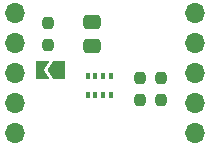
<source format=gts>
G04 #@! TF.GenerationSoftware,KiCad,Pcbnew,6.0.11*
G04 #@! TF.CreationDate,2025-02-19T14:46:05+01:00*
G04 #@! TF.ProjectId,SPL06,53504c30-362e-46b6-9963-61645f706362,rev?*
G04 #@! TF.SameCoordinates,Original*
G04 #@! TF.FileFunction,Soldermask,Top*
G04 #@! TF.FilePolarity,Negative*
%FSLAX46Y46*%
G04 Gerber Fmt 4.6, Leading zero omitted, Abs format (unit mm)*
G04 Created by KiCad (PCBNEW 6.0.11) date 2025-02-19 14:46:05*
%MOMM*%
%LPD*%
G01*
G04 APERTURE LIST*
G04 Aperture macros list*
%AMRoundRect*
0 Rectangle with rounded corners*
0 $1 Rounding radius*
0 $2 $3 $4 $5 $6 $7 $8 $9 X,Y pos of 4 corners*
0 Add a 4 corners polygon primitive as box body*
4,1,4,$2,$3,$4,$5,$6,$7,$8,$9,$2,$3,0*
0 Add four circle primitives for the rounded corners*
1,1,$1+$1,$2,$3*
1,1,$1+$1,$4,$5*
1,1,$1+$1,$6,$7*
1,1,$1+$1,$8,$9*
0 Add four rect primitives between the rounded corners*
20,1,$1+$1,$2,$3,$4,$5,0*
20,1,$1+$1,$4,$5,$6,$7,0*
20,1,$1+$1,$6,$7,$8,$9,0*
20,1,$1+$1,$8,$9,$2,$3,0*%
%AMFreePoly0*
4,1,6,1.000000,0.000000,0.500000,-0.750000,-0.500000,-0.750000,-0.500000,0.750000,0.500000,0.750000,1.000000,0.000000,1.000000,0.000000,$1*%
%AMFreePoly1*
4,1,6,0.500000,-0.750000,-0.650000,-0.750000,-0.150000,0.000000,-0.650000,0.750000,0.500000,0.750000,0.500000,-0.750000,0.500000,-0.750000,$1*%
G04 Aperture macros list end*
%ADD10FreePoly0,180.000000*%
%ADD11FreePoly1,180.000000*%
%ADD12R,0.350000X0.500000*%
%ADD13RoundRect,0.250000X0.475000X-0.337500X0.475000X0.337500X-0.475000X0.337500X-0.475000X-0.337500X0*%
%ADD14RoundRect,0.237500X0.237500X-0.250000X0.237500X0.250000X-0.237500X0.250000X-0.237500X-0.250000X0*%
%ADD15RoundRect,0.237500X-0.237500X0.250000X-0.237500X-0.250000X0.237500X-0.250000X0.237500X0.250000X0*%
%ADD16O,1.700000X1.700000*%
G04 APERTURE END LIST*
D10*
X135816000Y-81026000D03*
D11*
X134366000Y-81026000D03*
D12*
X140170000Y-83100000D03*
X139520000Y-83100000D03*
X138870000Y-83100000D03*
X138220000Y-83100000D03*
X138220000Y-81500000D03*
X138870000Y-81500000D03*
X139520000Y-81500000D03*
X140170000Y-81500000D03*
D13*
X138630000Y-78957500D03*
X138630000Y-76882500D03*
D14*
X134874000Y-78830000D03*
X134874000Y-77005000D03*
D15*
X144450000Y-81667500D03*
X144450000Y-83492500D03*
X142662500Y-81680000D03*
X142662500Y-83505000D03*
D16*
X147320000Y-76200000D03*
X147320000Y-78740000D03*
X147320000Y-81280000D03*
X147320000Y-83820000D03*
X147320000Y-86360000D03*
X132080000Y-86360000D03*
X132080000Y-83820000D03*
X132080000Y-81280000D03*
X132080000Y-78740000D03*
X132080000Y-76200000D03*
M02*

</source>
